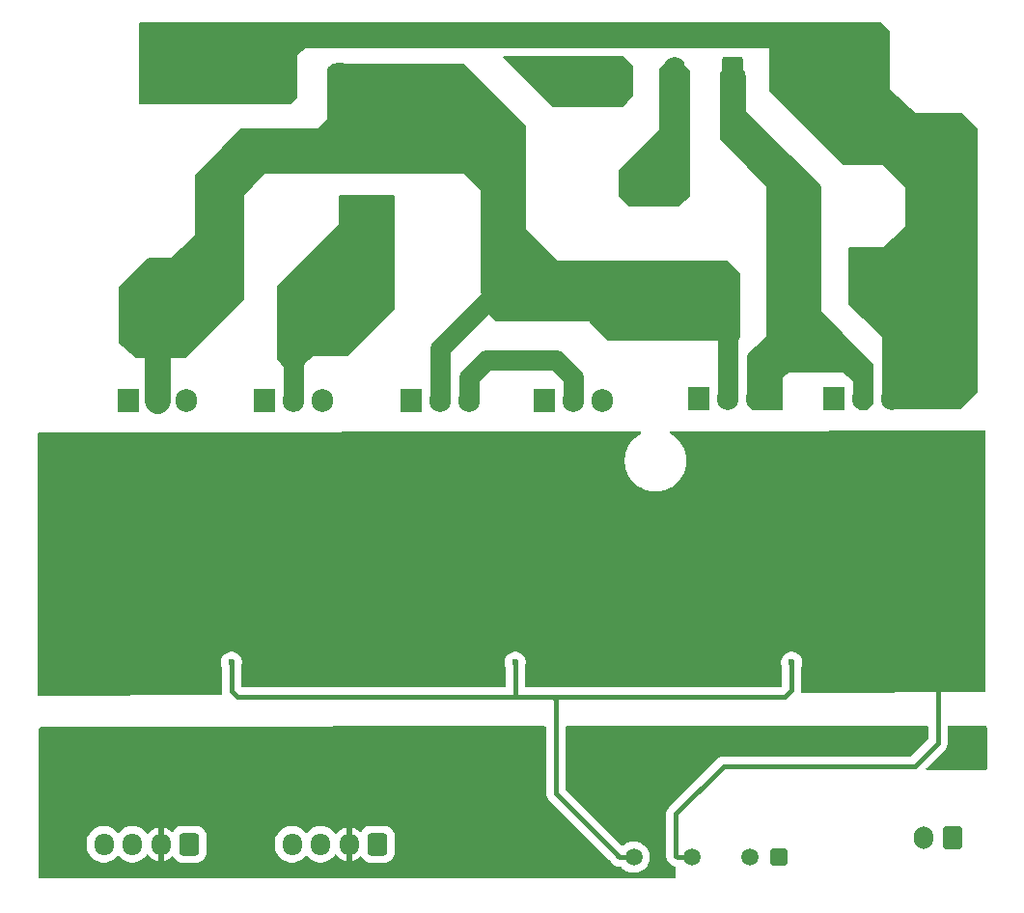
<source format=gbr>
%TF.GenerationSoftware,KiCad,Pcbnew,9.0.3*%
%TF.CreationDate,2025-08-30T18:14:31-03:00*%
%TF.ProjectId,PCB_Inversor,5043425f-496e-4766-9572-736f722e6b69,rev?*%
%TF.SameCoordinates,Original*%
%TF.FileFunction,Copper,L2,Bot*%
%TF.FilePolarity,Positive*%
%FSLAX46Y46*%
G04 Gerber Fmt 4.6, Leading zero omitted, Abs format (unit mm)*
G04 Created by KiCad (PCBNEW 9.0.3) date 2025-08-30 18:14:31*
%MOMM*%
%LPD*%
G01*
G04 APERTURE LIST*
G04 Aperture macros list*
%AMRoundRect*
0 Rectangle with rounded corners*
0 $1 Rounding radius*
0 $2 $3 $4 $5 $6 $7 $8 $9 X,Y pos of 4 corners*
0 Add a 4 corners polygon primitive as box body*
4,1,4,$2,$3,$4,$5,$6,$7,$8,$9,$2,$3,0*
0 Add four circle primitives for the rounded corners*
1,1,$1+$1,$2,$3*
1,1,$1+$1,$4,$5*
1,1,$1+$1,$6,$7*
1,1,$1+$1,$8,$9*
0 Add four rect primitives between the rounded corners*
20,1,$1+$1,$2,$3,$4,$5,0*
20,1,$1+$1,$4,$5,$6,$7,0*
20,1,$1+$1,$6,$7,$8,$9,0*
20,1,$1+$1,$8,$9,$2,$3,0*%
G04 Aperture macros list end*
%TA.AperFunction,Conductor*%
%ADD10C,0.200000*%
%TD*%
%TA.AperFunction,ComponentPad*%
%ADD11RoundRect,0.249999X-0.790001X-1.550001X0.790001X-1.550001X0.790001X1.550001X-0.790001X1.550001X0*%
%TD*%
%TA.AperFunction,ComponentPad*%
%ADD12O,2.080000X3.600000*%
%TD*%
%TA.AperFunction,ComponentPad*%
%ADD13RoundRect,0.250000X0.600000X0.750000X-0.600000X0.750000X-0.600000X-0.750000X0.600000X-0.750000X0*%
%TD*%
%TA.AperFunction,ComponentPad*%
%ADD14O,1.700000X2.000000*%
%TD*%
%TA.AperFunction,ComponentPad*%
%ADD15RoundRect,0.250000X0.600000X0.725000X-0.600000X0.725000X-0.600000X-0.725000X0.600000X-0.725000X0*%
%TD*%
%TA.AperFunction,ComponentPad*%
%ADD16O,1.700000X1.950000*%
%TD*%
%TA.AperFunction,ComponentPad*%
%ADD17RoundRect,0.250000X0.650000X1.550000X-0.650000X1.550000X-0.650000X-1.550000X0.650000X-1.550000X0*%
%TD*%
%TA.AperFunction,ComponentPad*%
%ADD18O,1.800000X3.600000*%
%TD*%
%TA.AperFunction,ComponentPad*%
%ADD19RoundRect,0.250001X-0.499999X0.499999X-0.499999X-0.499999X0.499999X-0.499999X0.499999X0.499999X0*%
%TD*%
%TA.AperFunction,ComponentPad*%
%ADD20C,1.500000*%
%TD*%
%TA.AperFunction,ComponentPad*%
%ADD21R,1.905000X2.000000*%
%TD*%
%TA.AperFunction,ComponentPad*%
%ADD22O,1.905000X2.000000*%
%TD*%
%TA.AperFunction,ViaPad*%
%ADD23C,0.508000*%
%TD*%
%TA.AperFunction,ViaPad*%
%ADD24C,0.600000*%
%TD*%
%TA.AperFunction,Conductor*%
%ADD25C,0.406400*%
%TD*%
%TA.AperFunction,Conductor*%
%ADD26C,2.286000*%
%TD*%
%TA.AperFunction,Conductor*%
%ADD27C,1.778000*%
%TD*%
G04 APERTURE END LIST*
D10*
%TO.N,/Inversor/HVDC_Bus*%
X139573000Y-64008000D02*
X139573000Y-73025000D01*
X142367000Y-75819000D01*
X157226000Y-75819000D01*
X158369000Y-76962000D01*
X158369000Y-82423000D01*
X158143222Y-82677000D01*
X146812000Y-82677000D01*
X145288000Y-81153000D01*
X145288000Y-81026000D01*
X137033000Y-81026000D01*
X135890000Y-79883000D01*
X135890000Y-69723000D01*
X134239000Y-68072000D01*
X116713000Y-68072000D01*
X114808000Y-69977000D01*
X114808000Y-79121000D01*
X109728000Y-84201000D01*
X105410000Y-84201000D01*
X104013000Y-82931000D01*
X104013000Y-78105000D01*
X106553000Y-75565000D01*
X108585000Y-75565000D01*
X110642400Y-73507600D01*
X110642400Y-68300600D01*
X114681000Y-64262000D01*
X121412000Y-64262000D01*
X122301000Y-63373000D01*
X122301000Y-58928000D01*
X122682000Y-58547000D01*
X134112000Y-58547000D01*
X139573000Y-64008000D01*
%TA.AperFunction,Conductor*%
G36*
X139573000Y-64008000D02*
G01*
X139573000Y-73025000D01*
X142367000Y-75819000D01*
X157226000Y-75819000D01*
X158369000Y-76962000D01*
X158369000Y-82423000D01*
X158143222Y-82677000D01*
X146812000Y-82677000D01*
X145288000Y-81153000D01*
X145288000Y-81026000D01*
X137033000Y-81026000D01*
X135890000Y-79883000D01*
X135890000Y-69723000D01*
X134239000Y-68072000D01*
X116713000Y-68072000D01*
X114808000Y-69977000D01*
X114808000Y-79121000D01*
X109728000Y-84201000D01*
X105410000Y-84201000D01*
X104013000Y-82931000D01*
X104013000Y-78105000D01*
X106553000Y-75565000D01*
X108585000Y-75565000D01*
X110642400Y-73507600D01*
X110642400Y-68300600D01*
X114681000Y-64262000D01*
X121412000Y-64262000D01*
X122301000Y-63373000D01*
X122301000Y-58928000D01*
X122682000Y-58547000D01*
X134112000Y-58547000D01*
X139573000Y-64008000D01*
G37*
%TD.AperFunction*%
%TO.N,Mid_V*%
X153924000Y-59118500D02*
X153924000Y-70040500D01*
X153035000Y-70929500D01*
X148717000Y-70929500D01*
X147828000Y-70040500D01*
X147828000Y-67881500D01*
X151384000Y-64325500D01*
X151384000Y-58991500D01*
X152019000Y-58356500D01*
X153162000Y-58356500D01*
X153924000Y-59118500D01*
%TA.AperFunction,Conductor*%
G36*
X153924000Y-59118500D02*
G01*
X153924000Y-70040500D01*
X153035000Y-70929500D01*
X148717000Y-70929500D01*
X147828000Y-70040500D01*
X147828000Y-67881500D01*
X151384000Y-64325500D01*
X151384000Y-58991500D01*
X152019000Y-58356500D01*
X153162000Y-58356500D01*
X153924000Y-59118500D01*
G37*
%TD.AperFunction*%
%TO.N,Mid_U*%
X128016000Y-79946500D02*
X123952000Y-84010500D01*
X120904000Y-84010500D01*
X120015000Y-84899500D01*
X120015000Y-88455500D01*
X119634000Y-88836500D01*
X118872000Y-88836500D01*
X118491000Y-88455500D01*
X118491000Y-85026500D01*
X117856000Y-84391500D01*
X117856000Y-78041500D01*
X123317000Y-72580500D01*
X123317000Y-70040500D01*
X128016000Y-70040500D01*
X128016000Y-79946500D01*
%TA.AperFunction,Conductor*%
G36*
X128016000Y-79946500D02*
G01*
X123952000Y-84010500D01*
X120904000Y-84010500D01*
X120015000Y-84899500D01*
X120015000Y-88455500D01*
X119634000Y-88836500D01*
X118872000Y-88836500D01*
X118491000Y-88455500D01*
X118491000Y-85026500D01*
X117856000Y-84391500D01*
X117856000Y-78041500D01*
X123317000Y-72580500D01*
X123317000Y-70040500D01*
X128016000Y-70040500D01*
X128016000Y-79946500D01*
G37*
%TD.AperFunction*%
%TO.N,GND_Inv*%
X171436000Y-55662137D02*
X171436000Y-60742137D01*
X173749214Y-62901137D01*
X177835054Y-62901137D01*
X179197000Y-64263083D01*
X179181571Y-87254154D01*
X177752630Y-88682137D01*
X171436000Y-88682137D01*
X170942000Y-88201500D01*
X170942000Y-82402433D01*
X168021000Y-79518525D01*
X168021000Y-74676000D01*
X171069000Y-74676000D01*
X172974000Y-72771000D01*
X172974000Y-69342000D01*
X170942000Y-67310000D01*
X167513000Y-67310000D01*
X161036000Y-60833000D01*
X161036000Y-57150000D01*
X160909000Y-57023000D01*
X120205500Y-57023000D01*
X119507000Y-57721500D01*
X119507000Y-61468000D01*
X118999000Y-61976000D01*
X105777000Y-61976000D01*
X105777000Y-54900137D01*
X170674000Y-54900137D01*
X171436000Y-55662137D01*
%TA.AperFunction,Conductor*%
G36*
X171436000Y-55662137D02*
G01*
X171436000Y-60742137D01*
X173749214Y-62901137D01*
X177835054Y-62901137D01*
X179197000Y-64263083D01*
X179181571Y-87254154D01*
X177752630Y-88682137D01*
X171436000Y-88682137D01*
X170942000Y-88201500D01*
X170942000Y-82402433D01*
X168021000Y-79518525D01*
X168021000Y-74676000D01*
X171069000Y-74676000D01*
X172974000Y-72771000D01*
X172974000Y-69342000D01*
X170942000Y-67310000D01*
X167513000Y-67310000D01*
X161036000Y-60833000D01*
X161036000Y-57150000D01*
X160909000Y-57023000D01*
X120205500Y-57023000D01*
X119507000Y-57721500D01*
X119507000Y-61468000D01*
X118999000Y-61976000D01*
X105777000Y-61976000D01*
X105777000Y-54900137D01*
X170674000Y-54900137D01*
X171436000Y-55662137D01*
G37*
%TD.AperFunction*%
%TO.N,Mid_U*%
X148971000Y-58737500D02*
X148971000Y-61277500D01*
X148082000Y-62166500D01*
X141986000Y-62166500D01*
X137668000Y-57848500D01*
X148082000Y-57848500D01*
X148971000Y-58737500D01*
%TA.AperFunction,Conductor*%
G36*
X148971000Y-58737500D02*
G01*
X148971000Y-61277500D01*
X148082000Y-62166500D01*
X141986000Y-62166500D01*
X137668000Y-57848500D01*
X148082000Y-57848500D01*
X148971000Y-58737500D01*
G37*
%TD.AperFunction*%
%TO.N,Mid_W*%
X158736000Y-59218137D02*
X158736000Y-62647137D01*
X165481000Y-69215000D01*
X165481000Y-80264000D01*
X170053000Y-84884777D01*
X170053000Y-88265000D01*
X169545000Y-88773000D01*
X168910000Y-88773000D01*
X168402000Y-88265000D01*
X168402000Y-86360000D01*
X167513000Y-85471000D01*
X162636200Y-85471000D01*
X162052000Y-85957834D01*
X162052000Y-88773000D01*
X159512001Y-88773000D01*
X159131000Y-88328499D01*
X159131000Y-84074000D01*
X160782000Y-82423000D01*
X160782000Y-69215000D01*
X156718000Y-65087500D01*
X156718000Y-62484000D01*
X156704000Y-59345137D01*
X157212000Y-58710137D01*
X158228000Y-58710137D01*
X158736000Y-59218137D01*
%TA.AperFunction,Conductor*%
G36*
X158736000Y-59218137D02*
G01*
X158736000Y-62647137D01*
X165481000Y-69215000D01*
X165481000Y-80264000D01*
X170053000Y-84884777D01*
X170053000Y-88265000D01*
X169545000Y-88773000D01*
X168910000Y-88773000D01*
X168402000Y-88265000D01*
X168402000Y-86360000D01*
X167513000Y-85471000D01*
X162636200Y-85471000D01*
X162052000Y-85957834D01*
X162052000Y-88773000D01*
X159512001Y-88773000D01*
X159131000Y-88328499D01*
X159131000Y-84074000D01*
X160782000Y-82423000D01*
X160782000Y-69215000D01*
X156718000Y-65087500D01*
X156718000Y-62484000D01*
X156704000Y-59345137D01*
X157212000Y-58710137D01*
X158228000Y-58710137D01*
X158736000Y-59218137D01*
G37*
%TD.AperFunction*%
%TD*%
D11*
%TO.P,HVDCBus1,1,Pin_1*%
%TO.N,GND_Inv*%
X118237000Y-60198000D03*
D12*
%TO.P,HVDCBus1,2,Pin_2*%
%TO.N,/Inversor/HVDC_Bus*%
X123317000Y-60198000D03*
%TD*%
D13*
%TO.P,12V_Inv1,1,Pin_1*%
%TO.N,Net-(12V_Inv1-Pin_1)*%
X177024000Y-126401137D03*
D14*
%TO.P,12V_Inv1,2,Pin_2*%
%TO.N,Net-(12V_Inv1-Pin_2)*%
X174524000Y-126401137D03*
%TD*%
D15*
%TO.P,Inv_Signal1,1,Pin_1*%
%TO.N,Signal_V_In*%
X110095000Y-126936500D03*
D16*
%TO.P,Inv_Signal1,2,Pin_2*%
%TO.N,/Inversor/Gnd_Micro*%
X107595000Y-126936500D03*
%TO.P,Inv_Signal1,3,Pin_3*%
%TO.N,Signal_U_Sd*%
X105095000Y-126936500D03*
%TO.P,Inv_Signal1,4,Pin_4*%
%TO.N,Signal_U_In*%
X102595000Y-126936500D03*
%TD*%
D17*
%TO.P,Motor_Out1,1,Pin_1*%
%TO.N,Mid_W*%
X157734000Y-59690000D03*
D18*
%TO.P,Motor_Out1,2,Pin_2*%
%TO.N,Mid_V*%
X152654000Y-59690000D03*
%TO.P,Motor_Out1,3,Pin_3*%
%TO.N,Mid_U*%
X147574000Y-59690000D03*
%TD*%
D19*
%TO.P,U1,1,+Vin*%
%TO.N,Net-(12V_Inv1-Pin_2)*%
X161784000Y-128079500D03*
D20*
%TO.P,U1,2,-Vin*%
%TO.N,Net-(12V_Inv1-Pin_1)*%
X159244000Y-128079500D03*
%TO.P,U1,4,-Vout*%
%TO.N,GND_Inv*%
X154164000Y-128079500D03*
%TO.P,U1,6,+Vout*%
%TO.N,/Inversor/12V_Inv*%
X149084000Y-128079500D03*
%TD*%
D15*
%TO.P,Inv_Signal2,1,Pin_1*%
%TO.N,Signal_W_Sd*%
X126605000Y-126936500D03*
D16*
%TO.P,Inv_Signal2,2,Pin_2*%
%TO.N,/Inversor/Gnd_Micro*%
X124105000Y-126936500D03*
%TO.P,Inv_Signal2,3,Pin_3*%
%TO.N,Signal_W_In*%
X121605000Y-126936500D03*
%TO.P,Inv_Signal2,4,Pin_4*%
%TO.N,Signal_V_Sd*%
X119105000Y-126936500D03*
%TD*%
D21*
%TO.P,Q6,1,G*%
%TO.N,Gate_W_Low*%
X166624000Y-87884000D03*
D22*
%TO.P,Q6,2,D*%
%TO.N,Mid_W*%
X169164000Y-87884000D03*
%TO.P,Q6,3,S*%
%TO.N,GND_Inv*%
X171704000Y-87884000D03*
%TD*%
D21*
%TO.P,Q4,1,G*%
%TO.N,Gate_V_Low*%
X141224000Y-88011000D03*
D22*
%TO.P,Q4,2,D*%
%TO.N,Mid_V*%
X143764000Y-88011000D03*
%TO.P,Q4,3,S*%
%TO.N,GND_Inv*%
X146304000Y-88011000D03*
%TD*%
D21*
%TO.P,Q1,1,G*%
%TO.N,Gate_U_High*%
X104775000Y-88011000D03*
D22*
%TO.P,Q1,2,D*%
%TO.N,/Inversor/HVDC_Bus*%
X107315000Y-88011000D03*
%TO.P,Q1,3,S*%
%TO.N,Mid_U*%
X109855000Y-88011000D03*
%TD*%
D21*
%TO.P,Q3,1,G*%
%TO.N,Gate_V_High*%
X129540000Y-88011000D03*
D22*
%TO.P,Q3,2,D*%
%TO.N,/Inversor/HVDC_Bus*%
X132080000Y-88011000D03*
%TO.P,Q3,3,S*%
%TO.N,Mid_V*%
X134620000Y-88011000D03*
%TD*%
D21*
%TO.P,Q2,1,G*%
%TO.N,Gate_U_Low*%
X116713000Y-88011000D03*
D22*
%TO.P,Q2,2,D*%
%TO.N,Mid_U*%
X119253000Y-88011000D03*
%TO.P,Q2,3,S*%
%TO.N,GND_Inv*%
X121793000Y-88011000D03*
%TD*%
D21*
%TO.P,Q5,1,G*%
%TO.N,Gate_W_High*%
X154813000Y-87884000D03*
D22*
%TO.P,Q5,2,D*%
%TO.N,/Inversor/HVDC_Bus*%
X157353000Y-87884000D03*
%TO.P,Q5,3,S*%
%TO.N,Mid_W*%
X159893000Y-87884000D03*
%TD*%
D23*
%TO.N,GND_Inv*%
X115189000Y-58229500D03*
X113157000Y-59245500D03*
X112141000Y-57213500D03*
X112141000Y-59245500D03*
X112141000Y-58229500D03*
X115189000Y-61277500D03*
X115189000Y-60261500D03*
X115189000Y-59245500D03*
X115189000Y-57213500D03*
X115189000Y-56197500D03*
X113157000Y-61277500D03*
X114173000Y-59245500D03*
X114173000Y-61277500D03*
X113157000Y-60261500D03*
X113157000Y-58229500D03*
X113157000Y-57213500D03*
X114173000Y-56197500D03*
D24*
X175768000Y-113220500D03*
D23*
X114173000Y-57213500D03*
X112141000Y-56197500D03*
X112141000Y-61277500D03*
X112141000Y-60261500D03*
X114173000Y-60261500D03*
X114173000Y-58229500D03*
X113157000Y-56197500D03*
D24*
%TO.N,/Inversor/12V_Inv*%
X162941000Y-110998000D03*
X138684000Y-110998000D03*
X113792000Y-110998000D03*
D23*
%TO.N,Mid_U*%
X127254000Y-70548500D03*
X127254000Y-71564500D03*
X144145000Y-58356500D03*
X142113000Y-59372500D03*
X126238000Y-70548500D03*
X144145000Y-61404500D03*
X141097000Y-58356500D03*
X127254000Y-72580500D03*
X126238000Y-72580500D03*
X125222000Y-72580500D03*
X124206000Y-70548500D03*
X142113000Y-60388500D03*
X141097000Y-59372500D03*
X142113000Y-61404500D03*
X144145000Y-60388500D03*
X142113000Y-58356500D03*
X126238000Y-71564500D03*
X124206000Y-71564500D03*
X144145000Y-59372500D03*
X141097000Y-60388500D03*
X143129000Y-59372500D03*
X125222000Y-70548500D03*
X143129000Y-60388500D03*
X125222000Y-71564500D03*
X124206000Y-72580500D03*
X143129000Y-61404500D03*
X143129000Y-58356500D03*
%TO.N,Mid_V*%
X153416000Y-68516500D03*
X150368000Y-69532500D03*
X153416000Y-67500500D03*
X151384000Y-66484500D03*
X151384000Y-68516500D03*
X152400000Y-69532500D03*
X152400000Y-66484500D03*
X150368000Y-66484500D03*
X153416000Y-69532500D03*
X151384000Y-69532500D03*
X150368000Y-68516500D03*
X152400000Y-67500500D03*
X150368000Y-67500500D03*
X153416000Y-66484500D03*
X151384000Y-67500500D03*
X152400000Y-68516500D03*
%TD*%
D25*
%TO.N,GND_Inv*%
X152894028Y-128079500D02*
X154164000Y-128079500D01*
X152774014Y-127959486D02*
X152894028Y-128079500D01*
D26*
X118237000Y-60198000D02*
X118237000Y-58039000D01*
D25*
X175768000Y-118046500D02*
X173736000Y-120078500D01*
X173736000Y-120078500D02*
X156972000Y-120078500D01*
X156972000Y-120078500D02*
X152774014Y-124276486D01*
X152774014Y-124276486D02*
X152774014Y-127959486D01*
X175768000Y-113220500D02*
X175768000Y-118046500D01*
D26*
%TO.N,/Inversor/HVDC_Bus*%
X151257000Y-78359000D02*
X154051000Y-78359000D01*
D27*
X137160000Y-78359000D02*
X132080000Y-83439000D01*
X132080000Y-88011000D02*
X132080000Y-84709000D01*
D26*
X136772000Y-78359000D02*
X136772000Y-68199000D01*
X130136509Y-66682000D02*
X131699000Y-66682000D01*
X123317000Y-60198000D02*
X123317000Y-61856000D01*
X107315000Y-79375000D02*
X107315000Y-88011000D01*
D27*
X154051000Y-78359000D02*
X157353000Y-81661000D01*
D26*
X131699000Y-66682000D02*
X133036032Y-66682000D01*
X107315000Y-79375000D02*
X112776000Y-73914000D01*
X154051000Y-78359000D02*
X137160000Y-78359000D01*
D27*
X157353000Y-81661000D02*
X157353000Y-87884000D01*
X132080000Y-84709000D02*
X132080000Y-83439000D01*
D26*
X129787000Y-66682000D02*
X131699000Y-66682000D01*
X136772000Y-68199000D02*
X135255000Y-66682000D01*
D25*
%TO.N,/Inversor/12V_Inv*%
X142240000Y-114300000D02*
X142240000Y-122442713D01*
X162941000Y-113411000D02*
X162306000Y-114046000D01*
X138684000Y-113919000D02*
X138684000Y-110998000D01*
X162941000Y-110998000D02*
X162941000Y-113411000D01*
X147701000Y-127903713D02*
X147701000Y-127952500D01*
X147701000Y-127952500D02*
X147828000Y-128079500D01*
X141986000Y-114046000D02*
X160782000Y-114046000D01*
X113792000Y-113538000D02*
X114300000Y-114046000D01*
X141986000Y-114046000D02*
X142240000Y-114300000D01*
X147828000Y-128079500D02*
X149084000Y-128079500D01*
X160782000Y-114046000D02*
X162306000Y-114046000D01*
X114300000Y-114046000D02*
X141986000Y-114046000D01*
X113792000Y-110998000D02*
X113792000Y-113538000D01*
X142240000Y-122442713D02*
X147701000Y-127903713D01*
D26*
%TO.N,Mid_U*%
X119253000Y-81534000D02*
X119253000Y-84201000D01*
X119253000Y-82296000D02*
X119253000Y-81534000D01*
X119253000Y-84201000D02*
X119253000Y-82296000D01*
D27*
X119253000Y-88011000D02*
X119253000Y-84201000D01*
D26*
X141351000Y-59690000D02*
X147574000Y-59690000D01*
X119253000Y-78994000D02*
X119253000Y-81534000D01*
X125590000Y-72657000D02*
X119253000Y-78994000D01*
D27*
%TO.N,Mid_V*%
X143764000Y-85979000D02*
X143764000Y-88011000D01*
X134620000Y-85979000D02*
X136144000Y-84455000D01*
X136144000Y-84455000D02*
X142240000Y-84455000D01*
X134620000Y-88011000D02*
X134620000Y-85979000D01*
X142240000Y-84455000D02*
X143764000Y-85979000D01*
D26*
%TO.N,Mid_W*%
X163449000Y-70231000D02*
X157734000Y-64516000D01*
X163449000Y-84074000D02*
X163449000Y-70231000D01*
X157734000Y-64516000D02*
X157734000Y-59690000D01*
X161544000Y-84074000D02*
X163449000Y-84074000D01*
%TD*%
%TA.AperFunction,Conductor*%
%TO.N,GND_Inv*%
G36*
X179900474Y-90685889D02*
G01*
X179946317Y-90738616D01*
X179957609Y-90790316D01*
X179957609Y-113500431D01*
X179937924Y-113567470D01*
X179885120Y-113613225D01*
X179834024Y-113624430D01*
X163894582Y-113677739D01*
X163827477Y-113658279D01*
X163781546Y-113605628D01*
X163771371Y-113536504D01*
X163772545Y-113529574D01*
X163779700Y-113493605D01*
X163779700Y-113328395D01*
X163779700Y-111442442D01*
X163789139Y-111394989D01*
X163840549Y-111270875D01*
X163876500Y-111090139D01*
X163876500Y-110905861D01*
X163876500Y-110905858D01*
X163840550Y-110725130D01*
X163840549Y-110725129D01*
X163840549Y-110725125D01*
X163770029Y-110554875D01*
X163770028Y-110554874D01*
X163770025Y-110554868D01*
X163667650Y-110401654D01*
X163667647Y-110401650D01*
X163537349Y-110271352D01*
X163537345Y-110271349D01*
X163384131Y-110168974D01*
X163384122Y-110168969D01*
X163213875Y-110098451D01*
X163213869Y-110098449D01*
X163033141Y-110062500D01*
X163033139Y-110062500D01*
X162848861Y-110062500D01*
X162848859Y-110062500D01*
X162668130Y-110098449D01*
X162668124Y-110098451D01*
X162497877Y-110168969D01*
X162497868Y-110168974D01*
X162344654Y-110271349D01*
X162344650Y-110271352D01*
X162214352Y-110401650D01*
X162214349Y-110401654D01*
X162111974Y-110554868D01*
X162111969Y-110554877D01*
X162041451Y-110725124D01*
X162041449Y-110725130D01*
X162005500Y-110905858D01*
X162005500Y-110905861D01*
X162005500Y-111090139D01*
X162005500Y-111090141D01*
X162005499Y-111090141D01*
X162041449Y-111270869D01*
X162041451Y-111270875D01*
X162092861Y-111394989D01*
X162102300Y-111442442D01*
X162102300Y-113012237D01*
X162093655Y-113041677D01*
X162087132Y-113071664D01*
X162083377Y-113076679D01*
X162082615Y-113079276D01*
X162065981Y-113099918D01*
X161994918Y-113170981D01*
X161933595Y-113204466D01*
X161907237Y-113207300D01*
X139646700Y-113207300D01*
X139579661Y-113187615D01*
X139533906Y-113134811D01*
X139522700Y-113083300D01*
X139522700Y-111442442D01*
X139532139Y-111394989D01*
X139583549Y-111270875D01*
X139619500Y-111090139D01*
X139619500Y-110905861D01*
X139619500Y-110905858D01*
X139583550Y-110725130D01*
X139583549Y-110725129D01*
X139583549Y-110725125D01*
X139513029Y-110554875D01*
X139513028Y-110554874D01*
X139513025Y-110554868D01*
X139410650Y-110401654D01*
X139410647Y-110401650D01*
X139280349Y-110271352D01*
X139280345Y-110271349D01*
X139127131Y-110168974D01*
X139127122Y-110168969D01*
X138956875Y-110098451D01*
X138956869Y-110098449D01*
X138776141Y-110062500D01*
X138776139Y-110062500D01*
X138591861Y-110062500D01*
X138591859Y-110062500D01*
X138411130Y-110098449D01*
X138411124Y-110098451D01*
X138240877Y-110168969D01*
X138240868Y-110168974D01*
X138087654Y-110271349D01*
X138087650Y-110271352D01*
X137957352Y-110401650D01*
X137957349Y-110401654D01*
X137854974Y-110554868D01*
X137854969Y-110554877D01*
X137784451Y-110725124D01*
X137784449Y-110725130D01*
X137748500Y-110905858D01*
X137748500Y-110905861D01*
X137748500Y-111090139D01*
X137748500Y-111090141D01*
X137748499Y-111090141D01*
X137784449Y-111270869D01*
X137784451Y-111270875D01*
X137835861Y-111394989D01*
X137845300Y-111442442D01*
X137845300Y-113083300D01*
X137825615Y-113150339D01*
X137772811Y-113196094D01*
X137721300Y-113207300D01*
X114754700Y-113207300D01*
X114687661Y-113187615D01*
X114641906Y-113134811D01*
X114630700Y-113083300D01*
X114630700Y-111442442D01*
X114640139Y-111394989D01*
X114691549Y-111270875D01*
X114727500Y-111090139D01*
X114727500Y-110905861D01*
X114727500Y-110905858D01*
X114691550Y-110725130D01*
X114691549Y-110725129D01*
X114691549Y-110725125D01*
X114621029Y-110554875D01*
X114621028Y-110554874D01*
X114621025Y-110554868D01*
X114518650Y-110401654D01*
X114518647Y-110401650D01*
X114388349Y-110271352D01*
X114388345Y-110271349D01*
X114235131Y-110168974D01*
X114235122Y-110168969D01*
X114064875Y-110098451D01*
X114064869Y-110098449D01*
X113884141Y-110062500D01*
X113884139Y-110062500D01*
X113699861Y-110062500D01*
X113699859Y-110062500D01*
X113519130Y-110098449D01*
X113519124Y-110098451D01*
X113348877Y-110168969D01*
X113348868Y-110168974D01*
X113195654Y-110271349D01*
X113195650Y-110271352D01*
X113065352Y-110401650D01*
X113065349Y-110401654D01*
X112962974Y-110554868D01*
X112962969Y-110554877D01*
X112892451Y-110725124D01*
X112892449Y-110725130D01*
X112856500Y-110905858D01*
X112856500Y-110905861D01*
X112856500Y-111090139D01*
X112856500Y-111090141D01*
X112856499Y-111090141D01*
X112892449Y-111270869D01*
X112892451Y-111270875D01*
X112943861Y-111394989D01*
X112953300Y-111442442D01*
X112953300Y-113620609D01*
X112969147Y-113700276D01*
X112962920Y-113769867D01*
X112920057Y-113825045D01*
X112854167Y-113848289D01*
X112847945Y-113848466D01*
X96898715Y-113901809D01*
X96831610Y-113882349D01*
X96785679Y-113829698D01*
X96774300Y-113777824D01*
X96772015Y-90929017D01*
X96791693Y-90861978D01*
X96844492Y-90816218D01*
X96895803Y-90805007D01*
X149609739Y-90716857D01*
X149676809Y-90736430D01*
X149722652Y-90789157D01*
X149732711Y-90858299D01*
X149703793Y-90921903D01*
X149675916Y-90945851D01*
X149423837Y-91104244D01*
X149186696Y-91293357D01*
X148972220Y-91507833D01*
X148783107Y-91744974D01*
X148621733Y-92001798D01*
X148490133Y-92275068D01*
X148389957Y-92561353D01*
X148389953Y-92561365D01*
X148322460Y-92857074D01*
X148322457Y-92857088D01*
X148288500Y-93158473D01*
X148288500Y-93461800D01*
X148322457Y-93763185D01*
X148322460Y-93763199D01*
X148389953Y-94058908D01*
X148389957Y-94058920D01*
X148490133Y-94345205D01*
X148621733Y-94618475D01*
X148621735Y-94618478D01*
X148783108Y-94875301D01*
X148972221Y-95112441D01*
X149186696Y-95326916D01*
X149423836Y-95516029D01*
X149680659Y-95677402D01*
X149953935Y-95809005D01*
X150168951Y-95884242D01*
X150240216Y-95909179D01*
X150240228Y-95909183D01*
X150535937Y-95976677D01*
X150535946Y-95976678D01*
X150535951Y-95976679D01*
X150736874Y-95999317D01*
X150837337Y-96010636D01*
X150837340Y-96010637D01*
X150837343Y-96010637D01*
X151140660Y-96010637D01*
X151140661Y-96010636D01*
X151294694Y-95993281D01*
X151442048Y-95976679D01*
X151442051Y-95976678D01*
X151442063Y-95976677D01*
X151737772Y-95909183D01*
X152024065Y-95809005D01*
X152297341Y-95677402D01*
X152554164Y-95516029D01*
X152791304Y-95326916D01*
X153005779Y-95112441D01*
X153194892Y-94875301D01*
X153356265Y-94618478D01*
X153487868Y-94345202D01*
X153588046Y-94058909D01*
X153655540Y-93763200D01*
X153689500Y-93461794D01*
X153689500Y-93158480D01*
X153678180Y-93058011D01*
X153655542Y-92857088D01*
X153655541Y-92857083D01*
X153655540Y-92857074D01*
X153588046Y-92561365D01*
X153487868Y-92275072D01*
X153356265Y-92001796D01*
X153194892Y-91744973D01*
X153005779Y-91507833D01*
X152791304Y-91293358D01*
X152554164Y-91104245D01*
X152297341Y-90942872D01*
X152297340Y-90942871D01*
X152294761Y-90941251D01*
X152248470Y-90888916D01*
X152237822Y-90819863D01*
X152266197Y-90756014D01*
X152324587Y-90717642D01*
X152360520Y-90712257D01*
X179833404Y-90666316D01*
X179900474Y-90685889D01*
G37*
%TD.AperFunction*%
%TD*%
%TA.AperFunction,Conductor*%
%TO.N,/Inversor/Gnd_Micro*%
G36*
X174872165Y-116544955D02*
G01*
X174918008Y-116597682D01*
X174929300Y-116649382D01*
X174929300Y-117647737D01*
X174909615Y-117714776D01*
X174892981Y-117735418D01*
X173424918Y-119203481D01*
X173363595Y-119236966D01*
X173337237Y-119239800D01*
X156889392Y-119239800D01*
X156727367Y-119272029D01*
X156727359Y-119272031D01*
X156574728Y-119335253D01*
X156437357Y-119427040D01*
X156437356Y-119427041D01*
X153177054Y-122687345D01*
X152239374Y-123625025D01*
X152180963Y-123683435D01*
X152122553Y-123741845D01*
X152030767Y-123879214D01*
X151967545Y-124031845D01*
X151967543Y-124031853D01*
X151935314Y-124193876D01*
X151935314Y-128042095D01*
X151967543Y-128204118D01*
X151967545Y-128204126D01*
X152020516Y-128332010D01*
X152030768Y-128356759D01*
X152122553Y-128494126D01*
X152242567Y-128614140D01*
X152359388Y-128730961D01*
X152496755Y-128822746D01*
X152649388Y-128885969D01*
X152681192Y-128892295D01*
X152743101Y-128924679D01*
X152777676Y-128985394D01*
X152781000Y-129013912D01*
X152781000Y-129804500D01*
X152761315Y-129871539D01*
X152708511Y-129917294D01*
X152657000Y-129928500D01*
X97025000Y-129928500D01*
X96957961Y-129908815D01*
X96912206Y-129856011D01*
X96901000Y-129804500D01*
X96901000Y-126694589D01*
X101109500Y-126694589D01*
X101109500Y-127178411D01*
X101146078Y-127409355D01*
X101218334Y-127631734D01*
X101304470Y-127800786D01*
X101324489Y-127840074D01*
X101461918Y-128029231D01*
X101461922Y-128029236D01*
X101627263Y-128194577D01*
X101627268Y-128194581D01*
X101760104Y-128291091D01*
X101816429Y-128332013D01*
X102024766Y-128438166D01*
X102247145Y-128510422D01*
X102478089Y-128547000D01*
X102478090Y-128547000D01*
X102711910Y-128547000D01*
X102711911Y-128547000D01*
X102942855Y-128510422D01*
X103165234Y-128438166D01*
X103373571Y-128332013D01*
X103562738Y-128194576D01*
X103728076Y-128029238D01*
X103744682Y-128006382D01*
X103800011Y-127963716D01*
X103869625Y-127957737D01*
X103931420Y-127990342D01*
X103945318Y-128006382D01*
X103961920Y-128029234D01*
X104127263Y-128194577D01*
X104127268Y-128194581D01*
X104260104Y-128291091D01*
X104316429Y-128332013D01*
X104524766Y-128438166D01*
X104747145Y-128510422D01*
X104978089Y-128547000D01*
X104978090Y-128547000D01*
X105211910Y-128547000D01*
X105211911Y-128547000D01*
X105442855Y-128510422D01*
X105665234Y-128438166D01*
X105873571Y-128332013D01*
X106062738Y-128194576D01*
X106228076Y-128029238D01*
X106328425Y-127891117D01*
X106383754Y-127848453D01*
X106453367Y-127842474D01*
X106515163Y-127875079D01*
X106529061Y-127891119D01*
X106565272Y-127940959D01*
X106565276Y-127940964D01*
X106715535Y-128091223D01*
X106715540Y-128091227D01*
X106887442Y-128216120D01*
X107076782Y-128312595D01*
X107278871Y-128378257D01*
X107345000Y-128388731D01*
X107345000Y-127340645D01*
X107411657Y-127379130D01*
X107532465Y-127411500D01*
X107657535Y-127411500D01*
X107778343Y-127379130D01*
X107845000Y-127340645D01*
X107845000Y-128388730D01*
X107911126Y-128378257D01*
X107911129Y-128378257D01*
X108113217Y-128312595D01*
X108302557Y-128216120D01*
X108474459Y-128091227D01*
X108474463Y-128091224D01*
X108516527Y-128049160D01*
X108577850Y-128015674D01*
X108647541Y-128020658D01*
X108703475Y-128062528D01*
X108714694Y-128080546D01*
X108748264Y-128146434D01*
X108748266Y-128146436D01*
X108782362Y-128188540D01*
X108865408Y-128291092D01*
X108946497Y-128356757D01*
X109010063Y-128408233D01*
X109010065Y-128408235D01*
X109068806Y-128438164D01*
X109175917Y-128492739D01*
X109355714Y-128540916D01*
X109433019Y-128547000D01*
X110756980Y-128546999D01*
X110834286Y-128540916D01*
X111014083Y-128492739D01*
X111139260Y-128428958D01*
X111179934Y-128408235D01*
X111179936Y-128408233D01*
X111185239Y-128403939D01*
X111324592Y-128291092D01*
X111441734Y-128146435D01*
X111526239Y-127980583D01*
X111574416Y-127800786D01*
X111580500Y-127723481D01*
X111580499Y-126694589D01*
X117619500Y-126694589D01*
X117619500Y-127178411D01*
X117656078Y-127409355D01*
X117728334Y-127631734D01*
X117814470Y-127800786D01*
X117834489Y-127840074D01*
X117971918Y-128029231D01*
X117971922Y-128029236D01*
X118137263Y-128194577D01*
X118137268Y-128194581D01*
X118270104Y-128291091D01*
X118326429Y-128332013D01*
X118534766Y-128438166D01*
X118757145Y-128510422D01*
X118988089Y-128547000D01*
X118988090Y-128547000D01*
X119221910Y-128547000D01*
X119221911Y-128547000D01*
X119452855Y-128510422D01*
X119675234Y-128438166D01*
X119883571Y-128332013D01*
X120072738Y-128194576D01*
X120238076Y-128029238D01*
X120254682Y-128006382D01*
X120310011Y-127963716D01*
X120379625Y-127957737D01*
X120441420Y-127990342D01*
X120455318Y-128006382D01*
X120471920Y-128029234D01*
X120637263Y-128194577D01*
X120637268Y-128194581D01*
X120770104Y-128291091D01*
X120826429Y-128332013D01*
X121034766Y-128438166D01*
X121257145Y-128510422D01*
X121488089Y-128547000D01*
X121488090Y-128547000D01*
X121721910Y-128547000D01*
X121721911Y-128547000D01*
X121952855Y-128510422D01*
X122175234Y-128438166D01*
X122383571Y-128332013D01*
X122572738Y-128194576D01*
X122738076Y-128029238D01*
X122838425Y-127891117D01*
X122893754Y-127848453D01*
X122963367Y-127842474D01*
X123025163Y-127875079D01*
X123039061Y-127891119D01*
X123075272Y-127940959D01*
X123075276Y-127940964D01*
X123225535Y-128091223D01*
X123225540Y-128091227D01*
X123397442Y-128216120D01*
X123586782Y-128312595D01*
X123788871Y-128378257D01*
X123855000Y-128388731D01*
X123855000Y-127340645D01*
X123921657Y-127379130D01*
X124042465Y-127411500D01*
X124167535Y-127411500D01*
X124288343Y-127379130D01*
X124355000Y-127340645D01*
X124355000Y-128388730D01*
X124421126Y-128378257D01*
X124421129Y-128378257D01*
X124623217Y-128312595D01*
X124812557Y-128216120D01*
X124984459Y-128091227D01*
X124984463Y-128091224D01*
X125026527Y-128049160D01*
X125087850Y-128015674D01*
X125157541Y-128020658D01*
X125213475Y-128062528D01*
X125224694Y-128080546D01*
X125258264Y-128146434D01*
X125258266Y-128146436D01*
X125292362Y-128188540D01*
X125375408Y-128291092D01*
X125456497Y-128356757D01*
X125520063Y-128408233D01*
X125520065Y-128408235D01*
X125578806Y-128438164D01*
X125685917Y-128492739D01*
X125865714Y-128540916D01*
X125943019Y-128547000D01*
X127266980Y-128546999D01*
X127344286Y-128540916D01*
X127524083Y-128492739D01*
X127649260Y-128428958D01*
X127689934Y-128408235D01*
X127689936Y-128408233D01*
X127695239Y-128403939D01*
X127834592Y-128291092D01*
X127951734Y-128146435D01*
X128036239Y-127980583D01*
X128084416Y-127800786D01*
X128090500Y-127723481D01*
X128090499Y-126149520D01*
X128084416Y-126072214D01*
X128036239Y-125892417D01*
X127979863Y-125781772D01*
X127951735Y-125726565D01*
X127951733Y-125726563D01*
X127895303Y-125656879D01*
X127834592Y-125581908D01*
X127714018Y-125484268D01*
X127689936Y-125464766D01*
X127689934Y-125464764D01*
X127566334Y-125401789D01*
X127524083Y-125380261D01*
X127344286Y-125332084D01*
X127344285Y-125332083D01*
X127344282Y-125332083D01*
X127281419Y-125327136D01*
X127266981Y-125326000D01*
X127266979Y-125326000D01*
X125943029Y-125326000D01*
X125943010Y-125326001D01*
X125865717Y-125332083D01*
X125685917Y-125380261D01*
X125520065Y-125464764D01*
X125520063Y-125464766D01*
X125375408Y-125581908D01*
X125258266Y-125726563D01*
X125258264Y-125726566D01*
X125224694Y-125792453D01*
X125176720Y-125843250D01*
X125108899Y-125860045D01*
X125042764Y-125837508D01*
X125026528Y-125823840D01*
X124984464Y-125781776D01*
X124984459Y-125781772D01*
X124812557Y-125656879D01*
X124623215Y-125560403D01*
X124421124Y-125494741D01*
X124355000Y-125484268D01*
X124355000Y-126532354D01*
X124288343Y-126493870D01*
X124167535Y-126461500D01*
X124042465Y-126461500D01*
X123921657Y-126493870D01*
X123855000Y-126532354D01*
X123855000Y-125484268D01*
X123854999Y-125484268D01*
X123788875Y-125494741D01*
X123586784Y-125560403D01*
X123397442Y-125656879D01*
X123225540Y-125781772D01*
X123225535Y-125781776D01*
X123075276Y-125932035D01*
X123075272Y-125932040D01*
X123039061Y-125981881D01*
X122983731Y-126024547D01*
X122914118Y-126030526D01*
X122852323Y-125997920D01*
X122838428Y-125981885D01*
X122738076Y-125843762D01*
X122572738Y-125678424D01*
X122572736Y-125678422D01*
X122572731Y-125678418D01*
X122383574Y-125540989D01*
X122383573Y-125540988D01*
X122383571Y-125540987D01*
X122175234Y-125434834D01*
X121952855Y-125362578D01*
X121952853Y-125362577D01*
X121952852Y-125362577D01*
X121760134Y-125332054D01*
X121721911Y-125326000D01*
X121488089Y-125326000D01*
X121449866Y-125332054D01*
X121257148Y-125362577D01*
X121034763Y-125434835D01*
X120826425Y-125540989D01*
X120637268Y-125678418D01*
X120637263Y-125678422D01*
X120471922Y-125843763D01*
X120471918Y-125843768D01*
X120455318Y-125866617D01*
X120399989Y-125909283D01*
X120330375Y-125915262D01*
X120268580Y-125882657D01*
X120254682Y-125866617D01*
X120238081Y-125843768D01*
X120238077Y-125843763D01*
X120072736Y-125678422D01*
X120072731Y-125678418D01*
X119883574Y-125540989D01*
X119883573Y-125540988D01*
X119883571Y-125540987D01*
X119675234Y-125434834D01*
X119452855Y-125362578D01*
X119452853Y-125362577D01*
X119452852Y-125362577D01*
X119260134Y-125332054D01*
X119221911Y-125326000D01*
X118988089Y-125326000D01*
X118949866Y-125332054D01*
X118757148Y-125362577D01*
X118534763Y-125434835D01*
X118326425Y-125540989D01*
X118137268Y-125678418D01*
X118137263Y-125678422D01*
X117971922Y-125843763D01*
X117971918Y-125843768D01*
X117834489Y-126032925D01*
X117728335Y-126241263D01*
X117656077Y-126463648D01*
X117641386Y-126556405D01*
X117619500Y-126694589D01*
X111580499Y-126694589D01*
X111580499Y-126149520D01*
X111574416Y-126072214D01*
X111526239Y-125892417D01*
X111469863Y-125781772D01*
X111441735Y-125726565D01*
X111441733Y-125726563D01*
X111385303Y-125656879D01*
X111324592Y-125581908D01*
X111204018Y-125484268D01*
X111179936Y-125464766D01*
X111179934Y-125464764D01*
X111056334Y-125401789D01*
X111014083Y-125380261D01*
X110834286Y-125332084D01*
X110834285Y-125332083D01*
X110834282Y-125332083D01*
X110771419Y-125327136D01*
X110756981Y-125326000D01*
X110756979Y-125326000D01*
X109433029Y-125326000D01*
X109433010Y-125326001D01*
X109355717Y-125332083D01*
X109175917Y-125380261D01*
X109010065Y-125464764D01*
X109010063Y-125464766D01*
X108865408Y-125581908D01*
X108748266Y-125726563D01*
X108748264Y-125726566D01*
X108714694Y-125792453D01*
X108666720Y-125843250D01*
X108598899Y-125860045D01*
X108532764Y-125837508D01*
X108516528Y-125823840D01*
X108474464Y-125781776D01*
X108474459Y-125781772D01*
X108302557Y-125656879D01*
X108113215Y-125560403D01*
X107911124Y-125494741D01*
X107845000Y-125484268D01*
X107845000Y-126532354D01*
X107778343Y-126493870D01*
X107657535Y-126461500D01*
X107532465Y-126461500D01*
X107411657Y-126493870D01*
X107345000Y-126532354D01*
X107345000Y-125484268D01*
X107344999Y-125484268D01*
X107278875Y-125494741D01*
X107076784Y-125560403D01*
X106887442Y-125656879D01*
X106715540Y-125781772D01*
X106715535Y-125781776D01*
X106565276Y-125932035D01*
X106565272Y-125932040D01*
X106529061Y-125981881D01*
X106473731Y-126024547D01*
X106404118Y-126030526D01*
X106342323Y-125997920D01*
X106328428Y-125981885D01*
X106228076Y-125843762D01*
X106062738Y-125678424D01*
X106062736Y-125678422D01*
X106062731Y-125678418D01*
X105873574Y-125540989D01*
X105873573Y-125540988D01*
X105873571Y-125540987D01*
X105665234Y-125434834D01*
X105442855Y-125362578D01*
X105442853Y-125362577D01*
X105442852Y-125362577D01*
X105250134Y-125332054D01*
X105211911Y-125326000D01*
X104978089Y-125326000D01*
X104939866Y-125332054D01*
X104747148Y-125362577D01*
X104524763Y-125434835D01*
X104316425Y-125540989D01*
X104127268Y-125678418D01*
X104127263Y-125678422D01*
X103961922Y-125843763D01*
X103961918Y-125843768D01*
X103945318Y-125866617D01*
X103889989Y-125909283D01*
X103820375Y-125915262D01*
X103758580Y-125882657D01*
X103744682Y-125866617D01*
X103728081Y-125843768D01*
X103728077Y-125843763D01*
X103562736Y-125678422D01*
X103562731Y-125678418D01*
X103373574Y-125540989D01*
X103373573Y-125540988D01*
X103373571Y-125540987D01*
X103165234Y-125434834D01*
X102942855Y-125362578D01*
X102942853Y-125362577D01*
X102942852Y-125362577D01*
X102750134Y-125332054D01*
X102711911Y-125326000D01*
X102478089Y-125326000D01*
X102439866Y-125332054D01*
X102247148Y-125362577D01*
X102024763Y-125434835D01*
X101816425Y-125540989D01*
X101627268Y-125678418D01*
X101627263Y-125678422D01*
X101461922Y-125843763D01*
X101461918Y-125843768D01*
X101324489Y-126032925D01*
X101218335Y-126241263D01*
X101146077Y-126463648D01*
X101131386Y-126556405D01*
X101109500Y-126694589D01*
X96901000Y-126694589D01*
X96901000Y-116921432D01*
X96903376Y-116897276D01*
X96915493Y-116836290D01*
X96933968Y-116791638D01*
X96961571Y-116750271D01*
X96995711Y-116716073D01*
X97037035Y-116688398D01*
X97081659Y-116669849D01*
X97142618Y-116657631D01*
X97166767Y-116655214D01*
X103810901Y-116644103D01*
X141277097Y-116581450D01*
X141344165Y-116601022D01*
X141390008Y-116653749D01*
X141401300Y-116705449D01*
X141401300Y-122525322D01*
X141433529Y-122687345D01*
X141433531Y-122687353D01*
X141496753Y-122839984D01*
X141588540Y-122977355D01*
X141588541Y-122977356D01*
X146942662Y-128331476D01*
X146958083Y-128350267D01*
X147049535Y-128487135D01*
X147049537Y-128487138D01*
X147049538Y-128487139D01*
X147049539Y-128487140D01*
X147176539Y-128614140D01*
X147293360Y-128730961D01*
X147430727Y-128822746D01*
X147583360Y-128885969D01*
X147745390Y-128918199D01*
X147745393Y-128918200D01*
X147745395Y-128918200D01*
X147917598Y-128918200D01*
X147984637Y-128937885D01*
X148017914Y-128969312D01*
X148027200Y-128982093D01*
X148181407Y-129136300D01*
X148357840Y-129264486D01*
X148449645Y-129311263D01*
X148552148Y-129363491D01*
X148552150Y-129363491D01*
X148552153Y-129363493D01*
X148759561Y-129430884D01*
X148974959Y-129465000D01*
X148974960Y-129465000D01*
X149193040Y-129465000D01*
X149193041Y-129465000D01*
X149408439Y-129430884D01*
X149615847Y-129363493D01*
X149810160Y-129264486D01*
X149986593Y-129136300D01*
X150140800Y-128982093D01*
X150268986Y-128805660D01*
X150367993Y-128611347D01*
X150435384Y-128403939D01*
X150469500Y-128188541D01*
X150469500Y-127970459D01*
X150435384Y-127755061D01*
X150367993Y-127547653D01*
X150367991Y-127547650D01*
X150367991Y-127547648D01*
X150297525Y-127409351D01*
X150268986Y-127353340D01*
X150140800Y-127176907D01*
X149986593Y-127022700D01*
X149810160Y-126894514D01*
X149615851Y-126795508D01*
X149408439Y-126728116D01*
X149193041Y-126694000D01*
X148974959Y-126694000D01*
X148867260Y-126711058D01*
X148759560Y-126728116D01*
X148552148Y-126795508D01*
X148357836Y-126894516D01*
X148181410Y-127022696D01*
X148177703Y-127025863D01*
X148177037Y-127025084D01*
X148120069Y-127056170D01*
X148050379Y-127051165D01*
X148006065Y-127022677D01*
X143115019Y-122131631D01*
X143081534Y-122070308D01*
X143078700Y-122043950D01*
X143078700Y-116702229D01*
X143098385Y-116635190D01*
X143151189Y-116589435D01*
X143202485Y-116578230D01*
X174805098Y-116525383D01*
X174872165Y-116544955D01*
G37*
%TD.AperFunction*%
%TD*%
%TA.AperFunction,NonConductor*%
G36*
X179843560Y-116519343D02*
G01*
X179904689Y-116531410D01*
X179912414Y-116534599D01*
X179917595Y-116534686D01*
X179949445Y-116549883D01*
X179990911Y-116577527D01*
X180025186Y-116611745D01*
X180052895Y-116653159D01*
X180071447Y-116697895D01*
X180083612Y-116758988D01*
X180086000Y-116783201D01*
X180086000Y-120193287D01*
X180083617Y-120217480D01*
X180071476Y-120278512D01*
X180052962Y-120323208D01*
X180025309Y-120364595D01*
X179991095Y-120398809D01*
X179949708Y-120426462D01*
X179905012Y-120444976D01*
X179856989Y-120454529D01*
X179843978Y-120457117D01*
X179819788Y-120459500D01*
X174840463Y-120459500D01*
X174773424Y-120439815D01*
X174727669Y-120387011D01*
X174717725Y-120317853D01*
X174746750Y-120254297D01*
X174752782Y-120247819D01*
X176419459Y-118581142D01*
X176419461Y-118581140D01*
X176511246Y-118443773D01*
X176574469Y-118291140D01*
X176606700Y-118129105D01*
X176606700Y-117963895D01*
X176606700Y-116646163D01*
X176626385Y-116579124D01*
X176679189Y-116533369D01*
X176730489Y-116522163D01*
X179819358Y-116516998D01*
X179843560Y-116519343D01*
G37*
%TD.AperFunction*%
M02*

</source>
